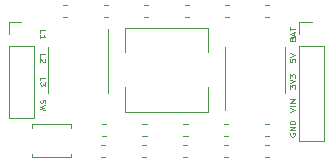
<source format=gbr>
%TF.GenerationSoftware,KiCad,Pcbnew,(5.1.9-0-10_14)*%
%TF.CreationDate,2021-03-17T16:44:50+08:00*%
%TF.ProjectId,Zeeuss,5a656575-7373-42e6-9b69-6361645f7063,rev?*%
%TF.SameCoordinates,Original*%
%TF.FileFunction,Legend,Top*%
%TF.FilePolarity,Positive*%
%FSLAX46Y46*%
G04 Gerber Fmt 4.6, Leading zero omitted, Abs format (unit mm)*
G04 Created by KiCad (PCBNEW (5.1.9-0-10_14)) date 2021-03-17 16:44:50*
%MOMM*%
%LPD*%
G01*
G04 APERTURE LIST*
%ADD10C,0.100000*%
%ADD11C,0.120000*%
G04 APERTURE END LIST*
D10*
X101819047Y-102916666D02*
X101819047Y-102678571D01*
X102219047Y-102678571D01*
X101819047Y-103345238D02*
X101819047Y-103059523D01*
X101819047Y-103202380D02*
X102219047Y-103202380D01*
X102161904Y-103154761D01*
X102123809Y-103107142D01*
X102104761Y-103059523D01*
X122980952Y-109547619D02*
X123380952Y-109380952D01*
X122980952Y-109214285D01*
X123380952Y-109047619D02*
X122980952Y-109047619D01*
X123380952Y-108809523D02*
X122980952Y-108809523D01*
X123380952Y-108523809D01*
X122980952Y-108523809D01*
X101819047Y-104916666D02*
X101819047Y-104678571D01*
X102219047Y-104678571D01*
X102180952Y-105059523D02*
X102200000Y-105083333D01*
X102219047Y-105130952D01*
X102219047Y-105250000D01*
X102200000Y-105297619D01*
X102180952Y-105321428D01*
X102142857Y-105345238D01*
X102104761Y-105345238D01*
X102047619Y-105321428D01*
X101819047Y-105035714D01*
X101819047Y-105345238D01*
X101838095Y-108571428D02*
X101819047Y-108642857D01*
X101819047Y-108761904D01*
X101838095Y-108809523D01*
X101857142Y-108833333D01*
X101895238Y-108857142D01*
X101933333Y-108857142D01*
X101971428Y-108833333D01*
X101990476Y-108809523D01*
X102009523Y-108761904D01*
X102028571Y-108666666D01*
X102047619Y-108619047D01*
X102066666Y-108595238D01*
X102104761Y-108571428D01*
X102142857Y-108571428D01*
X102180952Y-108595238D01*
X102200000Y-108619047D01*
X102219047Y-108666666D01*
X102219047Y-108785714D01*
X102200000Y-108857142D01*
X102219047Y-109023809D02*
X101819047Y-109142857D01*
X102104761Y-109238095D01*
X101819047Y-109333333D01*
X102219047Y-109452380D01*
X101819047Y-106916666D02*
X101819047Y-106678571D01*
X102219047Y-106678571D01*
X102219047Y-107035714D02*
X102219047Y-107345238D01*
X102066666Y-107178571D01*
X102066666Y-107250000D01*
X102047619Y-107297619D01*
X102028571Y-107321428D01*
X101990476Y-107345238D01*
X101895238Y-107345238D01*
X101857142Y-107321428D01*
X101838095Y-107297619D01*
X101819047Y-107250000D01*
X101819047Y-107107142D01*
X101838095Y-107059523D01*
X101857142Y-107035714D01*
X123171428Y-103369047D02*
X123190476Y-103297619D01*
X123209523Y-103273809D01*
X123247619Y-103250000D01*
X123304761Y-103250000D01*
X123342857Y-103273809D01*
X123361904Y-103297619D01*
X123380952Y-103345238D01*
X123380952Y-103535714D01*
X122980952Y-103535714D01*
X122980952Y-103369047D01*
X123000000Y-103321428D01*
X123019047Y-103297619D01*
X123057142Y-103273809D01*
X123095238Y-103273809D01*
X123133333Y-103297619D01*
X123152380Y-103321428D01*
X123171428Y-103369047D01*
X123171428Y-103535714D01*
X123266666Y-103059523D02*
X123266666Y-102821428D01*
X123380952Y-103107142D02*
X122980952Y-102940476D01*
X123380952Y-102773809D01*
X122980952Y-102678571D02*
X122980952Y-102392857D01*
X123380952Y-102535714D02*
X122980952Y-102535714D01*
X123000000Y-111380952D02*
X122980952Y-111428571D01*
X122980952Y-111500000D01*
X123000000Y-111571428D01*
X123038095Y-111619047D01*
X123076190Y-111642857D01*
X123152380Y-111666666D01*
X123209523Y-111666666D01*
X123285714Y-111642857D01*
X123323809Y-111619047D01*
X123361904Y-111571428D01*
X123380952Y-111500000D01*
X123380952Y-111452380D01*
X123361904Y-111380952D01*
X123342857Y-111357142D01*
X123209523Y-111357142D01*
X123209523Y-111452380D01*
X123380952Y-111142857D02*
X122980952Y-111142857D01*
X123380952Y-110857142D01*
X122980952Y-110857142D01*
X123380952Y-110619047D02*
X122980952Y-110619047D01*
X122980952Y-110500000D01*
X123000000Y-110428571D01*
X123038095Y-110380952D01*
X123076190Y-110357142D01*
X123152380Y-110333333D01*
X123209523Y-110333333D01*
X123285714Y-110357142D01*
X123323809Y-110380952D01*
X123361904Y-110428571D01*
X123380952Y-110500000D01*
X123380952Y-110619047D01*
X122980952Y-105095238D02*
X122980952Y-105333333D01*
X123171428Y-105357142D01*
X123152380Y-105333333D01*
X123133333Y-105285714D01*
X123133333Y-105166666D01*
X123152380Y-105119047D01*
X123171428Y-105095238D01*
X123209523Y-105071428D01*
X123304761Y-105071428D01*
X123342857Y-105095238D01*
X123361904Y-105119047D01*
X123380952Y-105166666D01*
X123380952Y-105285714D01*
X123361904Y-105333333D01*
X123342857Y-105357142D01*
X122980952Y-104928571D02*
X123380952Y-104761904D01*
X122980952Y-104595238D01*
X122980952Y-107619047D02*
X122980952Y-107309523D01*
X123133333Y-107476190D01*
X123133333Y-107404761D01*
X123152380Y-107357142D01*
X123171428Y-107333333D01*
X123209523Y-107309523D01*
X123304761Y-107309523D01*
X123342857Y-107333333D01*
X123361904Y-107357142D01*
X123380952Y-107404761D01*
X123380952Y-107547619D01*
X123361904Y-107595238D01*
X123342857Y-107619047D01*
X122980952Y-107166666D02*
X123380952Y-107000000D01*
X122980952Y-106833333D01*
X122980952Y-106714285D02*
X122980952Y-106404761D01*
X123133333Y-106571428D01*
X123133333Y-106500000D01*
X123152380Y-106452380D01*
X123171428Y-106428571D01*
X123209523Y-106404761D01*
X123304761Y-106404761D01*
X123342857Y-106428571D01*
X123361904Y-106452380D01*
X123380952Y-106500000D01*
X123380952Y-106642857D01*
X123361904Y-106690476D01*
X123342857Y-106714285D01*
D11*
%TO.C,J2*%
X99140000Y-110060000D02*
X101260000Y-110060000D01*
X99140000Y-104000000D02*
X99140000Y-110060000D01*
X101260000Y-104000000D02*
X101260000Y-110060000D01*
X99140000Y-104000000D02*
X101260000Y-104000000D01*
X99140000Y-103000000D02*
X99140000Y-101940000D01*
X99140000Y-101940000D02*
X100200000Y-101940000D01*
%TO.C,J1*%
X123740000Y-112060000D02*
X125860000Y-112060000D01*
X123740000Y-104000000D02*
X123740000Y-112060000D01*
X125860000Y-104000000D02*
X125860000Y-112060000D01*
X123740000Y-104000000D02*
X125860000Y-104000000D01*
X123740000Y-103000000D02*
X123740000Y-101940000D01*
X123740000Y-101940000D02*
X124800000Y-101940000D01*
%TO.C,C11*%
X117746267Y-112410000D02*
X117403733Y-112410000D01*
X117746267Y-113430000D02*
X117403733Y-113430000D01*
%TO.C,U2*%
X107560000Y-106000000D02*
X107560000Y-102550000D01*
X107560000Y-106000000D02*
X107560000Y-107950000D01*
X102440000Y-106000000D02*
X102440000Y-104050000D01*
X102440000Y-106000000D02*
X102440000Y-107950000D01*
%TO.C,U1*%
X117440000Y-106000000D02*
X117440000Y-109450000D01*
X117440000Y-106000000D02*
X117440000Y-104050000D01*
X122560000Y-106000000D02*
X122560000Y-107950000D01*
X122560000Y-106000000D02*
X122560000Y-104050000D01*
%TO.C,SW1*%
X104395000Y-110600000D02*
X104395000Y-110900000D01*
X101095000Y-110600000D02*
X104395000Y-110600000D01*
X101095000Y-110900000D02*
X101095000Y-110600000D01*
X104395000Y-113400000D02*
X104395000Y-113100000D01*
X101095000Y-113400000D02*
X104395000Y-113400000D01*
X101095000Y-113100000D02*
X101095000Y-113400000D01*
%TO.C,R10*%
X120878733Y-113430000D02*
X121221267Y-113430000D01*
X120878733Y-112410000D02*
X121221267Y-112410000D01*
%TO.C,R9*%
X117409983Y-111590000D02*
X117752517Y-111590000D01*
X117409983Y-110570000D02*
X117752517Y-110570000D01*
%TO.C,R5*%
X117801267Y-100490000D02*
X117458733Y-100490000D01*
X117801267Y-101510000D02*
X117458733Y-101510000D01*
%TO.C,R3*%
X107321267Y-112410000D02*
X106978733Y-112410000D01*
X107321267Y-113430000D02*
X106978733Y-113430000D01*
%TO.C,R1*%
X107198733Y-101510000D02*
X107541267Y-101510000D01*
X107198733Y-100490000D02*
X107541267Y-100490000D01*
%TO.C,L2*%
X116050000Y-102450000D02*
X116050000Y-104500000D01*
X108950000Y-102450000D02*
X116050000Y-102450000D01*
X108950000Y-104500000D02*
X108950000Y-102450000D01*
X116050000Y-109550000D02*
X116050000Y-107500000D01*
X108950000Y-109550000D02*
X116050000Y-109550000D01*
X108950000Y-107500000D02*
X108950000Y-109550000D01*
%TO.C,C23*%
X120878733Y-111590000D02*
X121221267Y-111590000D01*
X120878733Y-110570000D02*
X121221267Y-110570000D01*
%TO.C,C22*%
X113941233Y-111590000D02*
X114283767Y-111590000D01*
X113941233Y-110570000D02*
X114283767Y-110570000D01*
%TO.C,C17*%
X120878733Y-101510000D02*
X121221267Y-101510000D01*
X120878733Y-100490000D02*
X121221267Y-100490000D01*
%TO.C,C15*%
X114381267Y-100490000D02*
X114038733Y-100490000D01*
X114381267Y-101510000D02*
X114038733Y-101510000D01*
%TO.C,C9*%
X113928733Y-113430000D02*
X114271267Y-113430000D01*
X113928733Y-112410000D02*
X114271267Y-112410000D01*
%TO.C,C8*%
X104121267Y-100490000D02*
X103778733Y-100490000D01*
X104121267Y-101510000D02*
X103778733Y-101510000D01*
%TO.C,C7*%
X110815017Y-110570000D02*
X110472483Y-110570000D01*
X110815017Y-111590000D02*
X110472483Y-111590000D01*
%TO.C,C6*%
X110618733Y-101510000D02*
X110961267Y-101510000D01*
X110618733Y-100490000D02*
X110961267Y-100490000D01*
%TO.C,C4*%
X107003733Y-111590000D02*
X107346267Y-111590000D01*
X107003733Y-110570000D02*
X107346267Y-110570000D01*
%TO.C,C3*%
X110796267Y-112410000D02*
X110453733Y-112410000D01*
X110796267Y-113430000D02*
X110453733Y-113430000D01*
%TD*%
M02*

</source>
